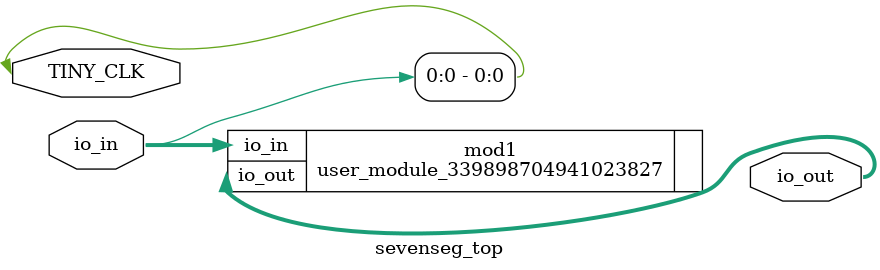
<source format=v>
`default_nettype none

module sevenseg_top (
  input TINY_CLK,
  input [7:0] io_in, //using io_in[0] as clk, io_in[1] as reset
  output [7:0] io_out
);

assign io_in[0] = TINY_CLK;

user_module_339898704941023827 mod1(.io_in(io_in), .io_out(io_out));

endmodule

</source>
